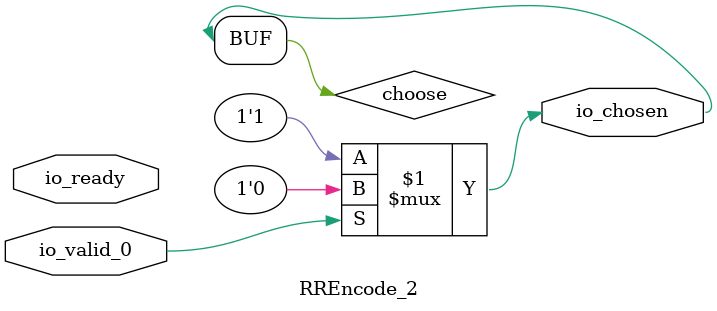
<source format=v>
module RREncode_2(
    input  io_valid_0,
    output io_chosen,
    input  io_ready);
  wire choose;
  assign io_chosen = choose;
  assign choose = io_valid_0 ? 1'h0 : 1'h1;
endmodule
</source>
